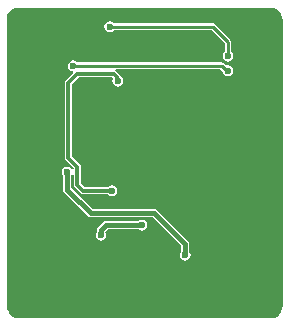
<source format=gbl>
G04*
G04 #@! TF.GenerationSoftware,Altium Limited,Altium Designer,21.3.2 (30)*
G04*
G04 Layer_Physical_Order=2*
G04 Layer_Color=16711680*
%FSLAX44Y44*%
%MOMM*%
G71*
G04*
G04 #@! TF.SameCoordinates,B60BEB59-0ECC-4B8A-8E76-113AF4395072*
G04*
G04*
G04 #@! TF.FilePolarity,Positive*
G04*
G01*
G75*
%ADD11C,0.2540*%
%ADD41C,0.3810*%
%ADD42C,0.6000*%
%ADD43C,0.3048*%
G36*
X217249Y252345D02*
X219690Y251334D01*
X221786Y249726D01*
X223394Y247630D01*
X224405Y245189D01*
X224746Y242598D01*
X224740Y242570D01*
Y0D01*
X224746Y-28D01*
X224405Y-2619D01*
X223394Y-5060D01*
X221786Y-7156D01*
X219690Y-8764D01*
X217249Y-9775D01*
X214658Y-10116D01*
X214630Y-10110D01*
X210820D01*
X2536Y-10110D01*
X2515Y-10110D01*
X1270Y-10110D01*
X62Y-9961D01*
X-1349Y-9775D01*
X-3790Y-8764D01*
X-5886Y-7156D01*
X-7494Y-5060D01*
X-8505Y-2619D01*
X-8846Y-28D01*
X-8840Y0D01*
Y240030D01*
Y243840D01*
X-8839D01*
X-8537Y246128D01*
X-7655Y248259D01*
X-6250Y250090D01*
X-4419Y251495D01*
X-2288Y252377D01*
X0Y252679D01*
Y252680D01*
X213360Y252680D01*
X214630D01*
X214658Y252686D01*
X217249Y252345D01*
D02*
G37*
%LPC*%
G36*
X78387Y241442D02*
X76622Y241091D01*
X75125Y240091D01*
X74125Y238595D01*
X73774Y236830D01*
X74125Y235065D01*
X75125Y233568D01*
X76622Y232568D01*
X78387Y232217D01*
X80152Y232568D01*
X81649Y233568D01*
X81924Y233981D01*
X164201D01*
X175514Y222668D01*
Y215347D01*
X175101Y215071D01*
X174101Y213575D01*
X173750Y211810D01*
X174101Y210045D01*
X175101Y208548D01*
X176597Y207548D01*
X178363Y207197D01*
X180128Y207548D01*
X181624Y208548D01*
X182624Y210045D01*
X182975Y211810D01*
X182624Y213575D01*
X181624Y215071D01*
X181211Y215347D01*
Y223848D01*
X180994Y224938D01*
X180377Y225862D01*
X180377Y225863D01*
X167395Y238844D01*
X166471Y239462D01*
X165381Y239678D01*
X165381Y239678D01*
X81924D01*
X81649Y240091D01*
X80152Y241091D01*
X78387Y241442D01*
D02*
G37*
G36*
X47433Y208307D02*
X45668Y207955D01*
X44172Y206956D01*
X43172Y205459D01*
X42821Y203694D01*
X43172Y201929D01*
X44172Y200432D01*
X45668Y199432D01*
X46939Y199180D01*
X47439Y197894D01*
X47439Y197884D01*
X40982Y191427D01*
X40309Y190419D01*
X40072Y189230D01*
Y125730D01*
X40309Y124541D01*
X40982Y123532D01*
X47583Y116932D01*
X47491Y116175D01*
X46179Y115899D01*
X45530Y116870D01*
X44033Y117870D01*
X42268Y118222D01*
X40503Y117870D01*
X39007Y116870D01*
X38007Y115374D01*
X37655Y113609D01*
X38007Y111844D01*
X38772Y110698D01*
Y98702D01*
X39038Y97364D01*
X39796Y96230D01*
X59758Y76268D01*
X60892Y75510D01*
X62230Y75244D01*
X114467D01*
X138744Y50967D01*
Y46091D01*
X137978Y44945D01*
X137627Y43180D01*
X137978Y41415D01*
X138978Y39918D01*
X140475Y38918D01*
X142240Y38567D01*
X144005Y38918D01*
X145502Y39918D01*
X146502Y41415D01*
X146853Y43180D01*
X146502Y44945D01*
X145736Y46091D01*
Y52415D01*
X145470Y53753D01*
X144712Y54887D01*
X144712Y54887D01*
X118387Y81212D01*
X117253Y81970D01*
X115915Y82236D01*
X63678D01*
X45764Y100150D01*
Y110687D01*
X46453Y111683D01*
X47045Y111679D01*
X47692Y111472D01*
Y102870D01*
X47929Y101681D01*
X48602Y100673D01*
X53682Y95592D01*
X54691Y94919D01*
X55880Y94682D01*
X76645D01*
X76748Y94528D01*
X78245Y93528D01*
X80010Y93177D01*
X81775Y93528D01*
X83272Y94528D01*
X84271Y96025D01*
X84623Y97790D01*
X84271Y99555D01*
X83272Y101052D01*
X81775Y102051D01*
X80010Y102403D01*
X78245Y102051D01*
X76748Y101052D01*
X76645Y100898D01*
X57167D01*
X53908Y104157D01*
Y118110D01*
X53671Y119299D01*
X52997Y120308D01*
X46288Y127017D01*
Y187943D01*
X52087Y193742D01*
X80367D01*
X81235Y192874D01*
X80829Y192265D01*
X80477Y190500D01*
X80829Y188735D01*
X81828Y187238D01*
X83325Y186238D01*
X85090Y185887D01*
X86855Y186238D01*
X88352Y187238D01*
X89352Y188735D01*
X89703Y190500D01*
X89352Y192265D01*
X88352Y193762D01*
X87669Y194217D01*
X87501Y195063D01*
X86827Y196072D01*
X83852Y199048D01*
X83062Y199575D01*
X83179Y200598D01*
X83273Y200845D01*
X171713D01*
X173552Y199006D01*
X173816Y197681D01*
X174816Y196185D01*
X176312Y195185D01*
X178077Y194834D01*
X179842Y195185D01*
X181339Y196185D01*
X182339Y197681D01*
X182690Y199446D01*
X182339Y201211D01*
X181339Y202708D01*
X179842Y203708D01*
X178077Y204059D01*
X176809Y203807D01*
X174907Y205708D01*
X173983Y206326D01*
X172893Y206543D01*
X172893Y206543D01*
X50971D01*
X50695Y206956D01*
X49198Y207955D01*
X47433Y208307D01*
D02*
G37*
G36*
X105410Y73193D02*
X103645Y72842D01*
X102499Y72076D01*
X74930D01*
X73592Y71810D01*
X72458Y71052D01*
X68468Y67062D01*
X67710Y65928D01*
X67444Y64590D01*
Y63169D01*
X66529Y61800D01*
X66178Y60035D01*
X66529Y58270D01*
X67529Y56773D01*
X69025Y55773D01*
X70790Y55422D01*
X72555Y55773D01*
X74052Y56773D01*
X75052Y58270D01*
X75403Y60035D01*
X75052Y61800D01*
X74436Y62721D01*
Y63142D01*
X76378Y65084D01*
X102499D01*
X103645Y64318D01*
X105410Y63967D01*
X107175Y64318D01*
X108672Y65318D01*
X109671Y66815D01*
X110023Y68580D01*
X109671Y70345D01*
X108672Y71842D01*
X107175Y72842D01*
X105410Y73193D01*
D02*
G37*
%LPD*%
D11*
X172893Y203694D02*
X177141Y199446D01*
X178077D01*
X47433Y203694D02*
X172893D01*
X178363Y211810D02*
Y223848D01*
X78387Y236830D02*
X165381D01*
X178363Y223848D01*
D41*
X142240Y43180D02*
Y52415D01*
X115915Y78740D02*
X142240Y52415D01*
X62230Y78740D02*
X115915D01*
X42268Y98702D02*
Y113609D01*
Y98702D02*
X62230Y78740D01*
X70940Y64590D02*
X74930Y68580D01*
X70790Y60035D02*
X70940Y60184D01*
X74930Y68580D02*
X105410D01*
X70940Y60184D02*
Y64590D01*
D42*
X77185Y133838D02*
D03*
Y148852D02*
D03*
Y163830D02*
D03*
X118110Y177800D02*
D03*
X130810D02*
D03*
X143510D02*
D03*
Y147320D02*
D03*
Y128270D02*
D03*
Y107950D02*
D03*
Y89911D02*
D03*
X100330Y91440D02*
D03*
X80010Y97790D02*
D03*
X85090Y190500D02*
D03*
X105410Y68580D02*
D03*
X70790Y60035D02*
D03*
X178077Y199446D02*
D03*
X178363Y211810D02*
D03*
X42268Y113609D02*
D03*
X47433Y203694D02*
D03*
X78387Y236830D02*
D03*
X142240Y43180D02*
D03*
D43*
X81654Y196850D02*
X84630Y193874D01*
X50800Y196850D02*
X81654D01*
X84630Y191209D02*
X85090Y190749D01*
X84630Y191209D02*
Y193874D01*
X85090Y190500D02*
Y190749D01*
X43180Y189230D02*
X50800Y196850D01*
X43180Y125730D02*
Y189230D01*
Y125730D02*
X50800Y118110D01*
Y102870D02*
Y118110D01*
Y102870D02*
X55880Y97790D01*
X80010D01*
M02*

</source>
